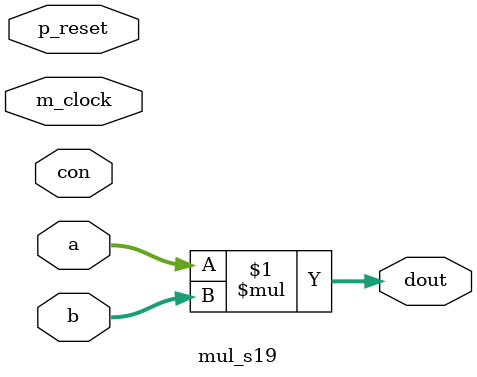
<source format=v>

module mul_s19 (
	p_reset, m_clock, a, b,
	dout, con
);
	input p_reset, m_clock;
	input signed [18:0] a, b;
	output signed [37:0] dout;
	input con;

	// -> t« 19x19=38 rbgæZ
	assign dout = a * b;

endmodule

</source>
